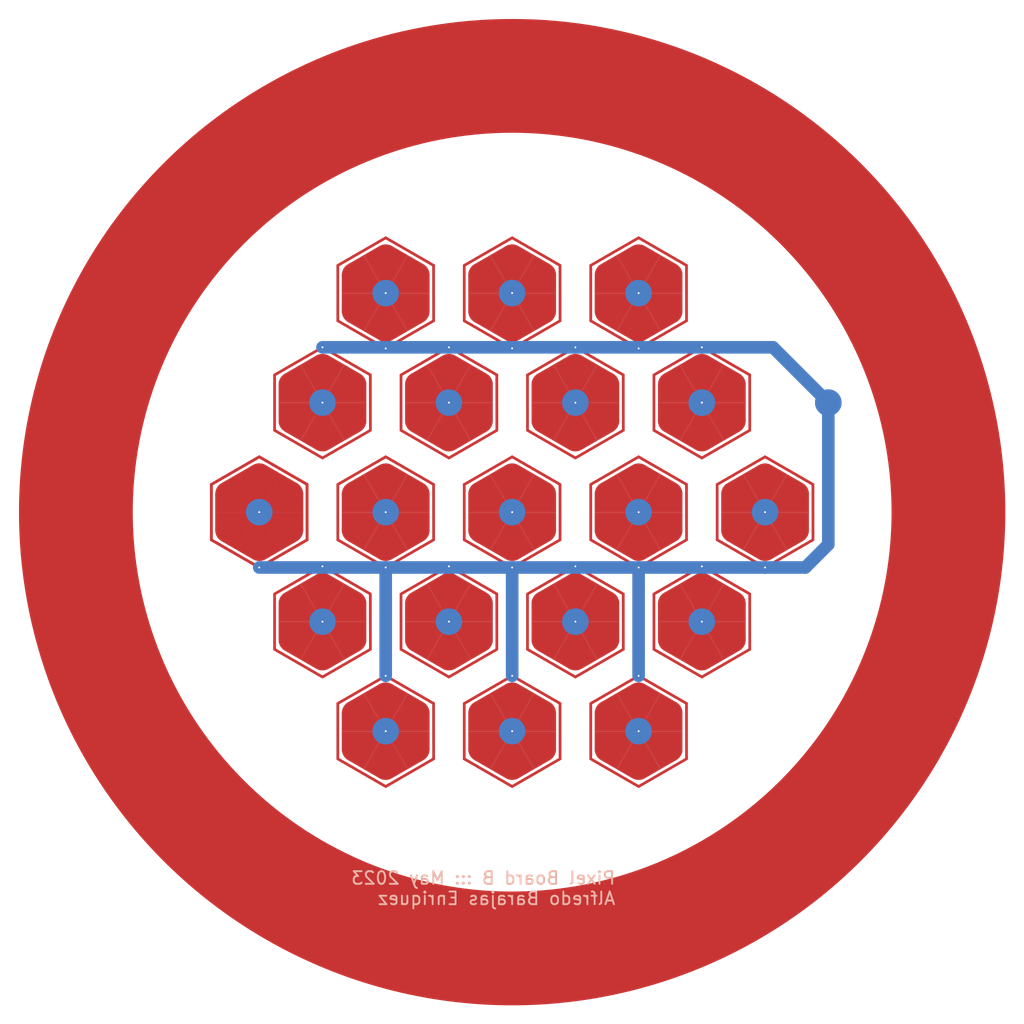
<source format=kicad_pcb>
(kicad_pcb (version 20221018) (generator pcbnew)
  (layers (0 "F.Cu" signal) (31 "B.Cu" signal) (34 "B.Paste" user) (35 "F.Paste" user) (36 "B.SilkS" user "B.Silkscreen") (37 "F.SilkS" user "F.Silkscreen") (38 "B.Mask" user) (39 "F.Mask" user) (44 "Edge.Cuts" user))
  (net 0 "")
  (footprint "1.Hex:Hex.Tile.Solid.G.Hex" (layer "F.Cu") (at 163.460022 49.635056 90)
    (fp_text reference "REF**61" hide)
    (fp_text value "Hex.Tile.Solid.G.Hex" hide)
  )
  (footprint "1.Hex:Hex.Tile.Solid.G.Hex" (layer "F.Cu") (at 138.460022 40.975056 90)
    (fp_text reference "REF**63" hide)
    (fp_text value "Hex.Tile.Solid.G.Hex" hide)
  )
  (footprint "1.Hex:Hex.Tile.Solid.G.Hex" (layer "F.Cu") (at 163.460022 66.955056 90)
    (fp_text reference "REF**22" hide)
    (fp_text value "Hex.Tile.Solid.G.Hex" hide)
  )
  (footprint "1.Hex:Hex.Tile.Solid.G.Hex" (layer "F.Cu") (at 133.460022 49.635056 90)
    (fp_text reference "REF**94" hide)
    (fp_text value "Hex.Tile.Solid.G.Hex" hide)
  )
  (footprint "1.Hex:Hex.Tile.Solid.G.Hex" (layer "F.Cu") (at 138.460022 58.295056 90)
    (fp_text reference "REF**75" hide)
    (fp_text value "Hex.Tile.Solid.G.Hex" hide)
  )
  (footprint "1.Hex:Hex.Tile.Solid.G.Hex" (layer "F.Cu") (at 153.460022 49.635056 90)
    (fp_text reference "REF**60" hide)
    (fp_text value "Hex.Tile.Solid.G.Hex" hide)
  )
  (footprint "1.Hex:Hex.Tile.Solid.G.Hex" (layer "F.Cu") (at 143.460022 49.635056 90)
    (fp_text reference "REF**59" hide)
    (fp_text value "Hex.Tile.Solid.G.Hex" hide)
  )
  (footprint "1.Hex:Hex.Tile.Solid.G.Hex" (layer "F.Cu") (at 148.460022 40.975056 90)
    (fp_text reference "REF**65" hide)
    (fp_text value "Hex.Tile.Solid.G.Hex" hide)
  )
  (footprint "1.Hex:Hex.Tile.Solid.G.Hex" (layer "F.Cu") (at 128.460022 58.295056 90)
    (fp_text reference "REF**91" hide)
    (fp_text value "Hex.Tile.Solid.G.Hex" hide)
  )
  (footprint "1.Hex:Hex.Tile.Solid.G.Hex" (layer "F.Cu") (at 143.460022 66.955056 90)
    (fp_text reference "REF**79" hide)
    (fp_text value "Hex.Tile.Solid.G.Hex" hide)
  )
  (footprint "1.Hex:Hex.Tile.Solid.G.Hex" (layer "F.Cu") (at 153.460022 66.955056 90)
    (fp_text reference "REF**18" hide)
    (fp_text value "Hex.Tile.Solid.G.Hex" hide)
  )
  (footprint "1.Hex:Hex.Tile.Solid.G.Hex" (layer "F.Cu") (at 168.460022 58.295056 90)
    (fp_text reference "REF**12" hide)
    (fp_text value "Hex.Tile.Solid.G.Hex" hide)
  )
  (footprint "1.Hex:Hex.Tile.Solid.G.Hex" (layer "F.Cu") (at 148.460022 75.615056 90)
    (fp_text reference "REF**84" hide)
    (fp_text value "Hex.Tile.Solid.G.Hex" hide)
  )
  (footprint "1.Hex:Hex.Tile.Solid.G.Hex" (layer "F.Cu") (at 148.460022 58.295056 90)
    (fp_text reference "REF**" hide)
    (fp_text value "Hex.Tile.Solid.G.Hex" hide)
  )
  (footprint "1.Hex:Hex.Tile.Solid.G.Hex" (layer "F.Cu") (at 158.460022 75.615056 90)
    (fp_text reference "REF**29" hide)
    (fp_text value "Hex.Tile.Solid.G.Hex" hide)
  )
  (footprint "1.Hex:Hex.Tile.Solid.G.Hex" (layer "F.Cu") (at 128.460022 58.295056 90)
    (fp_text reference "REF**76" hide)
    (fp_text value "Hex.Tile.Solid.G.Hex" hide)
  )
  (footprint "1.Hex:Hex.Tile.Solid.G.Hex" (layer "F.Cu") (at 133.460022 66.955056 90)
    (fp_text reference "REF**81" hide)
    (fp_text value "Hex.Tile.Solid.G.Hex" hide)
  )
  (footprint "1.Hex:Hex.Tile.Solid.G.Hex" (layer "F.Cu") (at 138.460022 75.615056 90)
    (fp_text reference "REF**85" hide)
    (fp_text value "Hex.Tile.Solid.G.Hex" hide)
  )
  (footprint "1.Hex:Hex.Tile.Solid.G.Hex" (layer "F.Cu") (at 158.460022 40.975056 90)
    (fp_text reference "REF**66" hide)
    (fp_text value "Hex.Tile.Solid.G.Hex" hide)
  )
  (footprint "1.Hex:Hex.Tile.Solid.G.Hex" (layer "F.Cu") (at 158.460022 58.295056 90)
    (fp_text reference "REF**7" hide)
    (fp_text value "Hex.Tile.Solid.G.Hex" hide)
  )
  (gr_circle (center 148.460022 58.295056) (end 182.960022 58.295056) (stroke (width 9)) (fill none) (layer "F.Cu"))
  (gr_circle (center 158.4604 40.9749) (end 159.4604 40.9749) (stroke (width 0.1)) (fill solid) (layer "B.Cu"))
  (gr_circle (center 133.4604 49.6349) (end 134.4604 49.6349) (stroke (width 0.1)) (fill solid) (layer "B.Cu"))
  (gr_circle (center 153.4604 66.9549) (end 154.4604 66.9549) (stroke (width 0.1)) (fill solid) (layer "B.Cu"))
  (gr_circle (center 163.4604 66.9549) (end 164.4604 66.9549) (stroke (width 0.1)) (fill solid) (layer "B.Cu"))
  (gr_circle (center 163.4604 49.6349) (end 164.4604 49.6349) (stroke (width 0.1)) (fill solid) (layer "B.Cu"))
  (gr_circle (center 138.4604 58.2949) (end 139.4604 58.2949) (stroke (width 0.1)) (fill solid) (layer "B.Cu"))
  (gr_circle (center 173.4604 49.6349) (end 174.4604 49.6349) (stroke (width 0.1)) (fill solid) (layer "B.Cu"))
  (gr_circle (center 158.4604 58.2949) (end 159.4604 58.2949) (stroke (width 0.1)) (fill solid) (layer "B.Cu"))
  (gr_circle (center 168.4604 58.2949) (end 169.4604 58.2949) (stroke (width 0.1)) (fill solid) (layer "B.Cu"))
  (gr_circle (center 128.4604 58.2949) (end 129.4604 58.2949) (stroke (width 0.1)) (fill solid) (layer "B.Cu"))
  (gr_circle (center 153.4604 49.6349) (end 154.4604 49.6349) (stroke (width 0.1)) (fill solid) (layer "B.Cu"))
  (gr_circle (center 138.4604 75.6149) (end 139.4604 75.6149) (stroke (width 0.1)) (fill solid) (layer "B.Cu"))
  (gr_circle (center 148.456663 40.968637) (end 149.456663 40.968637) (stroke (width 0.1)) (fill solid) (layer "B.Cu"))
  (gr_circle (center 148.4604 58.2949) (end 149.4604 58.2949) (stroke (width 0.1)) (fill solid) (layer "B.Cu"))
  (gr_circle (center 138.4604 40.9749) (end 139.4604 40.9749) (stroke (width 0.1)) (fill solid) (layer "B.Cu"))
  (gr_circle (center 173.4604 49.6349) (end 174.4604 49.6349) (stroke (width 0.1)) (fill solid) (layer "B.Cu"))
  (gr_circle (center 143.4604 49.6349) (end 144.4604 49.6349) (stroke (width 0.1)) (fill solid) (layer "B.Cu"))
  (gr_circle (center 143.4604 66.9549) (end 144.4604 66.9549) (stroke (width 0.1)) (fill solid) (layer "B.Cu"))
  (gr_circle (center 163.4604 49.6349) (end 164.4604 49.6349) (stroke (width 0.1)) (fill solid) (layer "B.Cu"))
  (gr_circle (center 133.4604 66.9549) (end 134.4604 66.9549) (stroke (width 0.1)) (fill solid) (layer "B.Cu"))
  (gr_circle (center 148.4604 75.6149) (end 149.4604 75.6149) (stroke (width 0.1)) (fill solid) (layer "B.Cu"))
  (gr_circle (center 158.4604 75.6149) (end 159.4604 75.6149) (stroke (width 0.1)) (fill solid) (layer "B.Cu"))
  (gr_circle (center 118.149511 75.7949) (end 119.649511 75.7949) (stroke (width 0.001)) (fill none) (layer "Edge.Cuts"))
  (gr_circle (center 148.4604 23.2949) (end 149.9604 23.2949) (stroke (width 0.001)) (fill none) (layer "Edge.Cuts"))
  (gr_circle (center 148.460022 58.295056) (end 187.460022 58.295056) (stroke (width 0.001)) (fill none) (layer "Edge.Cuts"))
  (gr_circle (center 178.771289 75.7949) (end 180.271289 75.7949) (stroke (width 0.001)) (fill none) (layer "Edge.Cuts"))
  (gr_text "Pixel Board B ::: May 2023\nAlfredo Barajas Enriquez\n" (at 156.7004 89.4249) (layer "B.SilkS") (effects (font (size 1 1)) (justify left bottom mirror)))
  (via blind (at 158.460022 58.295056) (size 0.25) (drill 0.15) (layers "F.Cu" "B.Cu") (net 0))
  (via blind (at 163.4604 49.6349) (size 0.25) (drill 0.15) (layers "F.Cu" "B.Cu") (net 0))
  (via blind (at 128.460022 58.295056) (size 0.25) (drill 0.15) (layers "F.Cu" "B.Cu") (net 0))
  (via blind (at 158.460022 62.670056) (size 0.25) (drill 0.15) (layers "F.Cu" "B.Cu") (net 0))
  (via blind (at 158.4604 40.9749) (size 0.25) (drill 0.15) (layers "F.Cu" "B.Cu") (net 0))
  (via blind (at 148.4604 71.2399) (size 0.25) (drill 0.15) (layers "F.Cu" "B.Cu") (net 0))
  (via blind (at 153.4604 66.9549) (size 0.25) (drill 0.15) (layers "F.Cu" "B.Cu") (net 0))
  (via blind (at 143.4604 49.6349) (size 0.25) (drill 0.15) (layers "F.Cu" "B.Cu") (net 0))
  (via blind (at 148.4604 62.6699) (size 0.25) (drill 0.15) (layers "F.Cu" "B.Cu") (net 0))
  (via blind (at 138.460022 40.975056) (size 0.25) (drill 0.15) (layers "F.Cu" "B.Cu") (net 0))
  (via blind (at 148.456663 45.343637) (size 0.25) (drill 0.15) (layers "F.Cu" "B.Cu") (net 0))
  (via blind (at 138.460022 62.670056) (size 0.25) (drill 0.15) (layers "F.Cu" "B.Cu") (net 0))
  (via blind (at 158.460022 71.240056) (size 0.25) (drill 0.15) (layers "F.Cu" "B.Cu") (net 0))
  (via blind (at 153.4604 49.6349) (size 0.25) (drill 0.15) (layers "F.Cu" "B.Cu") (net 0))
  (via blind (at 138.460022 58.295056) (size 0.25) (drill 0.15) (layers "F.Cu" "B.Cu") (net 0))
  (via blind (at 148.4604 58.2949) (size 0.25) (drill 0.15) (layers "F.Cu" "B.Cu") (net 0))
  (via blind (at 163.4604 49.6349) (size 0.25) (drill 0.15) (layers "F.Cu" "B.Cu") (net 0))
  (via blind (at 143.460022 66.955056) (size 0.25) (drill 0.15) (layers "F.Cu" "B.Cu") (net 0))
  (via blind (at 128.460022 62.670056) (size 0.25) (drill 0.15) (layers "F.Cu" "B.Cu") (net 0))
  (via blind (at 168.460022 58.295056) (size 0.25) (drill 0.15) (layers "F.Cu" "B.Cu") (net 0))
  (via blind (at 163.4604 45.2599) (size 0.25) (drill 0.15) (layers "F.Cu" "B.Cu") (net 0))
  (via blind (at 158.460022 75.615056) (size 0.25) (drill 0.15) (layers "F.Cu" "B.Cu") (net 0))
  (via blind (at 133.4604 66.9549) (size 0.25) (drill 0.15) (layers "F.Cu" "B.Cu") (net 0))
  (via blind (at 153.4604 45.2599) (size 0.25) (drill 0.15) (layers "F.Cu" "B.Cu") (net 0))
  (via blind (at 143.4604 45.2599) (size 0.25) (drill 0.15) (layers "F.Cu" "B.Cu") (net 0))
  (via blind (at 143.460022 62.580056) (size 0.25) (drill 0.15) (layers "F.Cu" "B.Cu") (net 0))
  (via blind (at 148.4604 75.6149) (size 0.25) (drill 0.15) (layers "F.Cu" "B.Cu") (net 0))
  (via blind (at 148.456663 40.968637) (size 0.25) (drill 0.15) (layers "F.Cu" "B.Cu") (net 0))
  (via blind (at 158.4604 45.3499) (size 0.25) (drill 0.15) (layers "F.Cu" "B.Cu") (net 0))
  (via blind (at 153.4604 62.5799) (size 0.25) (drill 0.15) (layers "F.Cu" "B.Cu") (net 0))
  (via blind (at 163.4604 66.9549) (size 0.25) (drill 0.15) (layers "F.Cu" "B.Cu") (net 0))
  (via blind (at 168.460022 62.670056) (size 0.25) (drill 0.15) (layers "F.Cu" "B.Cu") (net 0))
  (via blind (at 133.460022 45.260056) (size 0.25) (drill 0.15) (layers "F.Cu" "B.Cu") (net 0))
  (via blind (at 138.460022 75.615056) (size 0.25) (drill 0.15) (layers "F.Cu" "B.Cu") (net 0))
  (via blind (at 163.4604 62.5799) (size 0.25) (drill 0.15) (layers "F.Cu" "B.Cu") (net 0))
  (via blind (at 138.460022 45.350056) (size 0.25) (drill 0.15) (layers "F.Cu" "B.Cu") (net 0))
  (via blind (at 133.4604 62.5799) (size 0.25) (drill 0.15) (layers "F.Cu" "B.Cu") (net 0))
  (via blind (at 138.460022 71.240056) (size 0.25) (drill 0.15) (layers "F.Cu" "B.Cu") (net 0))
  (via blind (at 133.460022 49.635056) (size 0.25) (drill 0.15) (layers "F.Cu" "B.Cu") (net 0))
  (segment (start 138.460022 45.350056) (end 158.460244 45.350056) (width 0.2) (layer "B.Cu") (net 0))
  (segment (start 169.0854 45.2599) (end 173.4604 49.6349) (width 1) (layer "B.Cu") (net 0))
  (segment (start 138.460022 62.670056) (end 138.460022 71.240056) (width 1) (layer "B.Cu") (net 0))
  (segment (start 171.64007 62.670056) (end 168.460022 62.670056) (width 1) (layer "B.Cu") (net 0))
  (segment (start 158.460244 45.350056) (end 158.4604 45.3499) (width 0.2) (layer "B.Cu") (net 0))
  (segment (start 173.4604 60.849726) (end 171.64007 62.670056) (width 1) (layer "B.Cu") (net 0))
  (segment (start 133.460022 45.260056) (end 163.460244 45.260056) (width 1) (layer "B.Cu") (net 0))
  (segment (start 163.4604 45.2599) (end 169.0854 45.2599) (width 1) (layer "B.Cu") (net 0))
  (segment (start 128.460022 62.670056) (end 168.460022 62.670056) (width 1) (layer "B.Cu") (net 0))
  (segment (start 158.460022 62.670056) (end 158.460022 71.240056) (width 1) (layer "B.Cu") (net 0))
  (segment (start 163.460244 45.260056) (end 163.4604 45.2599) (width 0.2) (layer "B.Cu") (net 0))
  (segment (start 148.4604 71.2399) (end 148.4604 62.6699) (width 1) (layer "B.Cu") (net 0))
  (segment (start 173.4604 49.6349) (end 173.4604 60.849726) (width 1) (layer "B.Cu") (net 0))
)
</source>
